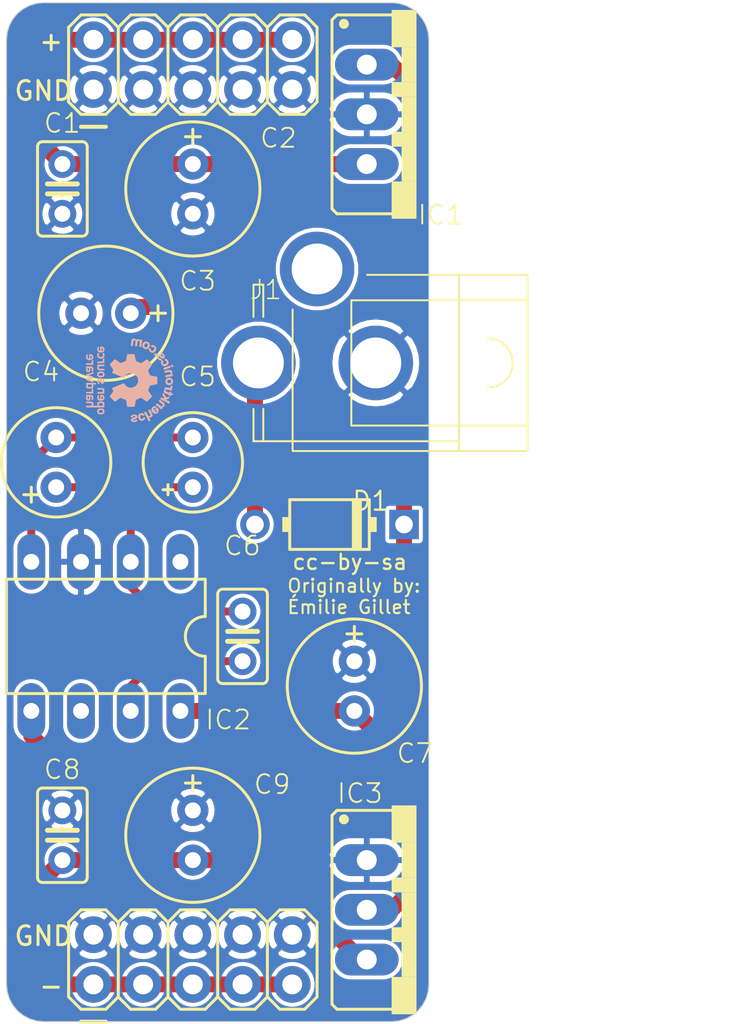
<source format=kicad_pcb>
(kicad_pcb (version 20171130) (host pcbnew "(5.1.5)-3")
  (layers (0 Top signal) (31 Bottom signal) (34 B.Paste user) (35 F.Paste user) (36 B.SilkS user) (37 F.SilkS user) (38 B.Mask user) (39 F.Mask user) (44 Edge.Cuts user))
  (net 0 "")
  (net 1 GND)
  (net 2 VCC)
  (net 3 VEE)
  (net 4 "Net-(D1-PadA)")
  (net 5 "Net-(J1-Pad2)")
  (net 6 "Net-(C7-Pad-)")
  (net 7 "Net-(IC2-Pad6)")
  (net 8 "Net-(C4-Pad-)")
  (net 9 "Net-(C3-Pad+)")
  (net 10 "Net-(C6-Pad2)")
  (net 11 "Net-(C4-Pad+)")
  (net 12 "Net-(IC2-Pad1)")
  (module _NTSFootprints:schenktronics.com_OSHW_Logo_6x6mm (layer Bottom) (at 143.75 98.25 90)
    (fp_text reference G*** hide)
    (fp_text value LOGO hide)
  )
  (module bbf-supply_v1:SPC4078_BIG_HOLES (layer Top) (at 156.1211 97.3786 180)
    (fp_text reference J1 (at 6.0325 3.175) (layer F.SilkS) (effects (font (size 0.9652 0.9652) (thickness 0.077216)) (justify left bottom)))
    (fp_text value JACK-PLUG2)
    (pad 3 thru_hole circle (at 5.54 0 270) (size 3.81 3.81) (drill 2.6) (layers *.Cu *.Mask) (net 4 "Net-(D1-PadA)"))
    (pad 1 thru_hole circle (at -0.46 0 270) (size 3.81 3.81) (drill 2.6) (layers *.Cu *.Mask) (net 1 GND))
    (pad 2 thru_hole circle (at 2.54 4.8 180) (size 3.81 3.81) (drill 2.6) (layers *.Cu *.Mask) (net 5 "Net-(J1-Pad2)"))
  )
  (module bbf-supply_v1:DIL08 (layer Top) (at 142.7861 111.3486 180)
    (fp_text reference IC2 (at -5.0165 -4.826) (layer F.SilkS) (effects (font (size 0.9652 0.9652) (thickness 0.09652)) (justify left bottom)))
    (fp_text value LT1054)
    (pad 5 thru_hole oval (at 3.81 -3.81 270) (size 2.8448 1.4224) (drill 0.8128) (layers *.Cu *.Mask) (net 6 "Net-(C7-Pad-)"))
    (pad 6 thru_hole oval (at 1.27 -3.81 270) (size 2.8448 1.4224) (drill 0.8128) (layers *.Cu *.Mask) (net 7 "Net-(IC2-Pad6)"))
    (pad 4 thru_hole oval (at 3.81 3.81 270) (size 2.8448 1.4224) (drill 0.8128) (layers *.Cu *.Mask) (net 8 "Net-(C4-Pad-)"))
    (pad 3 thru_hole oval (at 1.27 3.81 270) (size 2.8448 1.4224) (drill 0.8128) (layers *.Cu *.Mask) (net 1 GND))
    (pad 8 thru_hole oval (at -3.81 -3.81 270) (size 2.8448 1.4224) (drill 0.8128) (layers *.Cu *.Mask) (net 9 "Net-(C3-Pad+)"))
    (pad 7 thru_hole oval (at -1.27 -3.81 270) (size 2.8448 1.4224) (drill 0.8128) (layers *.Cu *.Mask) (net 10 "Net-(C6-Pad2)"))
    (pad 2 thru_hole oval (at -1.27 3.81 270) (size 2.8448 1.4224) (drill 0.8128) (layers *.Cu *.Mask) (net 11 "Net-(C4-Pad+)"))
    (pad 1 thru_hole oval (at -3.81 3.81 270) (size 2.8448 1.4224) (drill 0.8128) (layers *.Cu *.Mask) (net 12 "Net-(IC2-Pad1)"))
  )
  (module bbf-supply_v1:E2,5-6 (layer Top) (at 140.2461 102.4586 90)
    (fp_text reference C4 (at 4.064 -1.778) (layer F.SilkS) (effects (font (size 0.9652 0.9652) (thickness 0.09652)) (justify left bottom)))
    (fp_text value 100u)
    (pad + thru_hole circle (at -1.27 0 90) (size 1.6002 1.6002) (drill 0.8128) (layers *.Cu *.Mask) (net 11 "Net-(C4-Pad+)"))
    (pad - thru_hole circle (at 1.27 0 90) (size 1.6002 1.6002) (drill 0.8128) (layers *.Cu *.Mask) (net 8 "Net-(C4-Pad-)"))
  )
  (module bbf-supply_v1:E2,5-7 (layer Top) (at 147.2311 88.4886 270)
    (fp_text reference C2 (at -2.032 -3.3655) (layer F.SilkS) (effects (font (size 0.9652 0.9652) (thickness 0.09652)) (justify left bottom)))
    (fp_text value 100u)
    (pad + thru_hole circle (at -1.27 0 270) (size 1.6002 1.6002) (drill 0.8128) (layers *.Cu *.Mask) (net 2 VCC))
    (pad - thru_hole circle (at 1.27 0 270) (size 1.6002 1.6002) (drill 0.8128) (layers *.Cu *.Mask) (net 1 GND))
  )
  (module bbf-supply_v1:E2,5-7 (layer Top) (at 147.2311 121.5086 270)
    (fp_text reference C9 (at -2.032 -3.048) (layer F.SilkS) (effects (font (size 0.9652 0.9652) (thickness 0.09652)) (justify left bottom)))
    (fp_text value 100u)
    (pad + thru_hole circle (at -1.27 0 270) (size 1.6002 1.6002) (drill 0.8128) (layers *.Cu *.Mask) (net 1 GND))
    (pad - thru_hole circle (at 1.27 0 270) (size 1.6002 1.6002) (drill 0.8128) (layers *.Cu *.Mask) (net 3 VEE))
  )
  (module bbf-supply_v1:79XXS (layer Top) (at 158.6611 125.3186 270)
    (fp_text reference IC3 (at -5.3848 4.1275) (layer F.SilkS) (effects (font (size 0.9652 0.9652) (thickness 0.09652)) (justify left bottom)))
    (fp_text value 790X)
    (pad OUT thru_hole oval (at 2.54 2.54) (size 3.2512 1.6256) (drill 1.016) (layers *.Cu *.Mask) (net 3 VEE))
    (pad IN thru_hole oval (at 0 2.54) (size 3.2512 1.6256) (drill 1.016) (layers *.Cu *.Mask) (net 6 "Net-(C7-Pad-)"))
    (pad GND thru_hole oval (at -2.54 2.54) (size 3.2512 1.6256) (drill 1.016) (layers *.Cu *.Mask) (net 1 GND))
  )
  (module bbf-supply_v1:E2,5-7 (layer Top) (at 142.7861 94.8386 180)
    (fp_text reference C3 (at -3.683 1.0795) (layer F.SilkS) (effects (font (size 0.9652 0.9652) (thickness 0.09652)) (justify left bottom)))
    (fp_text value 100u)
    (pad + thru_hole circle (at -1.27 0 180) (size 1.6002 1.6002) (drill 0.8128) (layers *.Cu *.Mask) (net 9 "Net-(C3-Pad+)"))
    (pad - thru_hole circle (at 1.27 0 180) (size 1.6002 1.6002) (drill 0.8128) (layers *.Cu *.Mask) (net 1 GND))
  )
  (module bbf-supply_v1:E2,5-7 (layer Top) (at 155.4861 113.8886 270)
    (fp_text reference C7 (at 4.0005 -2.0955) (layer F.SilkS) (effects (font (size 0.9652 0.9652) (thickness 0.09652)) (justify left bottom)))
    (fp_text value 100u)
    (pad + thru_hole circle (at -1.27 0 270) (size 1.6002 1.6002) (drill 0.8128) (layers *.Cu *.Mask) (net 1 GND))
    (pad - thru_hole circle (at 1.27 0 270) (size 1.6002 1.6002) (drill 0.8128) (layers *.Cu *.Mask) (net 6 "Net-(C7-Pad-)"))
  )
  (module bbf-supply_v1:78XXS (layer Top) (at 158.6611 84.6786 270)
    (fp_text reference IC1 (at 5.7023 0) (layer F.SilkS) (effects (font (size 0.9652 0.9652) (thickness 0.09652)) (justify left bottom)))
    (fp_text value 780X)
    (pad OUT thru_hole oval (at 2.54 2.54) (size 3.2512 1.6256) (drill 1.016) (layers *.Cu *.Mask) (net 2 VCC))
    (pad GND thru_hole oval (at 0 2.54) (size 3.2512 1.6256) (drill 1.016) (layers *.Cu *.Mask) (net 1 GND))
    (pad IN thru_hole oval (at -2.54 2.54) (size 3.2512 1.6256) (drill 1.016) (layers *.Cu *.Mask) (net 9 "Net-(C3-Pad+)"))
  )
  (module bbf-supply_v1:DO41-3 (layer Top) (at 154.2161 105.6336 180)
    (fp_text reference D1 (at -1.0922 0.635) (layer F.SilkS) (effects (font (size 0.9652 0.9652) (thickness 0.115824)) (justify left bottom)))
    (fp_text value 1N4001)
    (pad A thru_hole circle (at 3.81 0 180) (size 1.5096 1.5096) (drill 0.9) (layers *.Cu *.Mask) (net 4 "Net-(D1-PadA)"))
    (pad C thru_hole rect (at -3.81 0 180) (size 1.5096 1.5096) (drill 0.9) (layers *.Cu *.Mask) (net 9 "Net-(C3-Pad+)"))
  )
  (module bbf-supply_v1:C025-025X050 (layer Top) (at 149.7711 111.3486 270)
    (fp_text reference C6 (at -4.064 1.016) (layer F.SilkS) (effects (font (size 0.9652 0.9652) (thickness 0.09652)) (justify left bottom)))
    (fp_text value 10p)
    (pad 2 thru_hole circle (at 1.27 0 270) (size 1.4224 1.4224) (drill 0.8128) (layers *.Cu *.Mask) (net 10 "Net-(C6-Pad2)"))
    (pad 1 thru_hole circle (at -1.27 0 270) (size 1.4224 1.4224) (drill 0.8128) (layers *.Cu *.Mask) (net 11 "Net-(C4-Pad+)"))
  )
  (module bbf-supply_v1:E2,5-5 (layer Top) (at 147.2311 102.4586 90)
    (fp_text reference C5 (at 3.81 -0.762) (layer F.SilkS) (effects (font (size 0.9652 0.9652) (thickness 0.09652)) (justify left bottom)))
    (fp_text value 10u)
    (pad + thru_hole circle (at -1.27 0 90) (size 1.6002 1.6002) (drill 0.8128) (layers *.Cu *.Mask) (net 11 "Net-(C4-Pad+)"))
    (pad - thru_hole circle (at 1.27 0 90) (size 1.6002 1.6002) (drill 0.8128) (layers *.Cu *.Mask) (net 8 "Net-(C4-Pad-)"))
  )
  (module bbf-supply_v1:C025-025X050 (layer Top) (at 140.5636 88.4886 270)
    (fp_text reference C1 (at -2.794 1.016) (layer F.SilkS) (effects (font (size 0.9652 0.9652) (thickness 0.09652)) (justify left bottom)))
    (fp_text value 100n)
    (pad 2 thru_hole circle (at 1.27 0 270) (size 1.4224 1.4224) (drill 0.8128) (layers *.Cu *.Mask) (net 1 GND))
    (pad 1 thru_hole circle (at -1.27 0 270) (size 1.4224 1.4224) (drill 0.8128) (layers *.Cu *.Mask) (net 2 VCC))
  )
  (module bbf-supply_v1:C025-025X050 (layer Top) (at 140.5636 121.5086 270)
    (fp_text reference C8 (at -2.794 1.016) (layer F.SilkS) (effects (font (size 0.9652 0.9652) (thickness 0.09652)) (justify left bottom)))
    (fp_text value 100n)
    (pad 2 thru_hole circle (at 1.27 0 270) (size 1.4224 1.4224) (drill 0.8128) (layers *.Cu *.Mask) (net 3 VEE))
    (pad 1 thru_hole circle (at -1.27 0 270) (size 1.4224 1.4224) (drill 0.8128) (layers *.Cu *.Mask) (net 1 GND))
  )
  (module bbf-supply_v1:AVR_ICSP (layer Top) (at 147.2311 82.1386 90)
    (fp_text reference JP1 hide)
    (fp_text value M05X2PTH hide)
    (pad 10 thru_hole circle (at 1.27 5.08) (size 1.8796 1.8796) (drill 1.016) (layers *.Cu *.Mask) (net 2 VCC))
    (pad 9 thru_hole circle (at -1.27 5.08) (size 1.8796 1.8796) (drill 1.016) (layers *.Cu *.Mask) (net 1 GND))
    (pad 8 thru_hole circle (at 1.27 2.54) (size 1.8796 1.8796) (drill 1.016) (layers *.Cu *.Mask) (net 2 VCC))
    (pad 7 thru_hole circle (at -1.27 2.54) (size 1.8796 1.8796) (drill 1.016) (layers *.Cu *.Mask) (net 1 GND))
    (pad 6 thru_hole circle (at 1.27 0) (size 1.8796 1.8796) (drill 1.016) (layers *.Cu *.Mask) (net 2 VCC))
    (pad 5 thru_hole circle (at -1.27 0) (size 1.8796 1.8796) (drill 1.016) (layers *.Cu *.Mask) (net 1 GND))
    (pad 4 thru_hole circle (at 1.27 -2.54) (size 1.8796 1.8796) (drill 1.016) (layers *.Cu *.Mask) (net 2 VCC))
    (pad 3 thru_hole circle (at -1.27 -2.54) (size 1.8796 1.8796) (drill 1.016) (layers *.Cu *.Mask) (net 1 GND))
    (pad 2 thru_hole circle (at 1.27 -5.08) (size 1.8796 1.8796) (drill 1.016) (layers *.Cu *.Mask) (net 2 VCC))
    (pad 1 thru_hole circle (at -1.27 -5.08) (size 1.8796 1.8796) (drill 1.016) (layers *.Cu *.Mask) (net 1 GND))
  )
  (module bbf-supply_v1:AVR_ICSP (layer Top) (at 147.2311 127.8586 90)
    (fp_text reference JP2 hide)
    (fp_text value M05X2PTH hide)
    (pad 10 thru_hole circle (at 1.27 5.08) (size 1.8796 1.8796) (drill 1.016) (layers *.Cu *.Mask) (net 1 GND))
    (pad 9 thru_hole circle (at -1.27 5.08) (size 1.8796 1.8796) (drill 1.016) (layers *.Cu *.Mask) (net 3 VEE))
    (pad 8 thru_hole circle (at 1.27 2.54) (size 1.8796 1.8796) (drill 1.016) (layers *.Cu *.Mask) (net 1 GND))
    (pad 7 thru_hole circle (at -1.27 2.54) (size 1.8796 1.8796) (drill 1.016) (layers *.Cu *.Mask) (net 3 VEE))
    (pad 6 thru_hole circle (at 1.27 0) (size 1.8796 1.8796) (drill 1.016) (layers *.Cu *.Mask) (net 1 GND))
    (pad 5 thru_hole circle (at -1.27 0) (size 1.8796 1.8796) (drill 1.016) (layers *.Cu *.Mask) (net 3 VEE))
    (pad 4 thru_hole circle (at 1.27 -2.54) (size 1.8796 1.8796) (drill 1.016) (layers *.Cu *.Mask) (net 1 GND))
    (pad 3 thru_hole circle (at -1.27 -2.54) (size 1.8796 1.8796) (drill 1.016) (layers *.Cu *.Mask) (net 3 VEE))
    (pad 2 thru_hole circle (at 1.27 -5.08) (size 1.8796 1.8796) (drill 1.016) (layers *.Cu *.Mask) (net 1 GND))
    (pad 1 thru_hole circle (at -1.27 -5.08) (size 1.8796 1.8796) (drill 1.016) (layers *.Cu *.Mask) (net 3 VEE))
  )
  (gr_arc (start 139.6011 80.8686) (end 139.6011 78.9736) (angle -90) (layer Edge.Cuts) (width 0.05))
  (gr_line (start 137.7061 80.8686) (end 137.7061 129.1286) (layer Edge.Cuts) (width 0.05))
  (gr_arc (start 139.6111 129.1286) (end 137.7061 129.1286) (angle -90) (layer Edge.Cuts) (width 0.05))
  (gr_line (start 139.6111 131.0336) (end 157.3911 131.0336) (layer Edge.Cuts) (width 0.05))
  (gr_arc (start 157.3911 129.1286) (end 157.3911 131.0336) (angle -90) (layer Edge.Cuts) (width 0.05))
  (gr_line (start 159.2961 129.1286) (end 159.2961 80.8686) (layer Edge.Cuts) (width 0.05))
  (gr_arc (start 157.4011 80.8686) (end 159.2961 80.8686) (angle -90) (layer Edge.Cuts) (width 0.05))
  (gr_line (start 157.4011 78.9736) (end 139.6011 78.9736) (layer Edge.Cuts) (width 0.05))
  (gr_text + (at 139.2936 81.5036) (layer F.SilkS) (effects (font (size 0.9652 0.9652) (thickness 0.1524)) (justify left bottom)))
  (gr_text - (at 139.2936 129.7636) (layer F.SilkS) (effects (font (size 0.9652 0.9652) (thickness 0.1524)) (justify left bottom)))
  (gr_text GND (at 138.0236 127.2236) (layer F.SilkS) (effects (font (size 0.9652 0.9652) (thickness 0.1524)) (justify left bottom)))
  (gr_text GND (at 138.0236 84.0436) (layer F.SilkS) (effects (font (size 0.9652 0.9652) (thickness 0.1524)) (justify left bottom)))
  (gr_text cc-by-sa (at 152.25 108) (layer F.SilkS) (effects (font (size 0.77216 0.77216) (thickness 0.12192)) (justify left bottom)))
  (gr_text "Originally by:\nÉmilie Gillet" (at 152 110.25) (layer F.SilkS) (effects (font (size 0.67564 0.67564) (thickness 0.10668)) (justify left bottom)))
  (segment (start 138.9761 85.6311) (end 140.5636 87.2186) (width 0.8128) (layer Top) (net 2))
  (segment (start 138.9761 85.6311) (end 138.9761 82.1386) (width 0.8128) (layer Top) (net 2))
  (segment (start 138.9761 82.1386) (end 140.2461 80.8686) (width 0.8128) (layer Top) (net 2))
  (segment (start 140.5636 87.2186) (end 147.2311 87.2186) (width 0.8128) (layer Top) (net 2))
  (segment (start 147.2311 87.2186) (end 156.1211 87.2186) (width 0.8128) (layer Top) (net 2))
  (segment (start 140.2461 80.8686) (end 142.1511 80.8686) (width 0.8128) (layer Top) (net 2))
  (segment (start 142.1511 80.8686) (end 144.6911 80.8686) (width 0.8128) (layer Top) (net 2))
  (segment (start 144.6911 80.8686) (end 147.2311 80.8686) (width 0.8128) (layer Top) (net 2))
  (segment (start 147.2311 80.8686) (end 149.7711 80.8686) (width 0.8128) (layer Top) (net 2))
  (segment (start 149.7711 80.8686) (end 152.3111 80.8686) (width 0.8128) (layer Top) (net 2))
  (segment (start 138.9761 124.3661) (end 140.5636 122.7786) (width 0.8128) (layer Top) (net 3))
  (segment (start 138.9761 127.8586) (end 138.9761 124.3661) (width 0.8128) (layer Top) (net 3))
  (segment (start 140.2461 129.1286) (end 142.1511 129.1286) (width 0.8128) (layer Top) (net 3))
  (segment (start 138.9761 127.8586) (end 140.2461 129.1286) (width 0.8128) (layer Top) (net 3))
  (segment (start 140.5636 122.7786) (end 147.2311 122.7786) (width 0.8128) (layer Top) (net 3))
  (segment (start 142.1511 129.1286) (end 144.6911 129.1286) (width 0.8128) (layer Top) (net 3))
  (segment (start 144.6911 129.1286) (end 147.2311 129.1286) (width 0.8128) (layer Top) (net 3))
  (segment (start 147.2311 129.1286) (end 149.7711 129.1286) (width 0.8128) (layer Top) (net 3))
  (segment (start 149.7711 129.1286) (end 152.3111 129.1286) (width 0.8128) (layer Top) (net 3))
  (segment (start 155.8036 127.8586) (end 156.1211 127.8586) (width 0.8128) (layer Top) (net 3))
  (segment (start 150.7236 122.7786) (end 155.8036 127.8586) (width 0.8128) (layer Top) (net 3))
  (segment (start 147.2311 122.7786) (end 150.7236 122.7786) (width 0.8128) (layer Top) (net 3))
  (segment (start 150.4061 105.6336) (end 150.4061 98.6486) (width 0.8128) (layer Top) (net 4))
  (segment (start 150.4061 98.6486) (end 150.5811 98.4736) (width 0.8128) (layer Top) (net 4))
  (segment (start 150.5811 98.4736) (end 150.5811 97.3786) (width 0.8128) (layer Top) (net 4))
  (segment (start 138.9761 116.4286) (end 140.2461 117.6986) (width 0.8128) (layer Top) (net 6))
  (segment (start 138.9761 116.4286) (end 138.9761 115.1586) (width 0.8128) (layer Top) (net 6))
  (segment (start 157.3911 125.3186) (end 156.1211 125.3186) (width 0.8128) (layer Top) (net 6))
  (segment (start 158.6611 124.0486) (end 157.3911 125.3186) (width 0.8128) (layer Top) (net 6))
  (segment (start 158.6611 118.3336) (end 158.6611 124.0486) (width 0.8128) (layer Top) (net 6))
  (segment (start 155.4861 115.1586) (end 158.6611 118.3336) (width 0.8128) (layer Top) (net 6))
  (segment (start 140.2461 117.6986) (end 151.6761 117.6986) (width 0.8128) (layer Top) (net 6))
  (segment (start 151.6761 117.6986) (end 154.2161 115.1586) (width 0.8128) (layer Top) (net 6))
  (segment (start 154.2161 115.1586) (end 155.4861 115.1586) (width 0.8128) (layer Top) (net 6))
  (segment (start 140.2461 101.1886) (end 147.2311 101.1886) (width 0.4064) (layer Top) (net 8))
  (segment (start 138.9761 107.5386) (end 138.9761 102.4586) (width 0.4064) (layer Top) (net 8))
  (segment (start 138.9761 102.4586) (end 140.2461 101.1886) (width 0.4064) (layer Top) (net 8))
  (segment (start 158.0261 105.6336) (end 158.0261 103.0936) (width 0.8128) (layer Top) (net 9))
  (segment (start 158.0261 103.0936) (end 153.5811 98.6486) (width 0.8128) (layer Top) (net 9))
  (segment (start 153.5811 98.6486) (end 153.5811 96.4261) (width 0.8128) (layer Top) (net 9))
  (segment (start 153.5811 96.4261) (end 151.6761 94.5211) (width 0.8128) (layer Top) (net 9))
  (segment (start 150.4061 94.5211) (end 144.3736 94.5211) (width 0.8128) (layer Top) (net 9))
  (segment (start 144.3736 94.5211) (end 144.0561 94.8386) (width 0.8128) (layer Top) (net 9))
  (segment (start 151.6761 94.5211) (end 150.4061 94.5211) (width 0.8128) (layer Top) (net 9))
  (segment (start 157.3911 82.1386) (end 156.1211 82.1386) (width 0.8128) (layer Top) (net 9))
  (segment (start 158.6611 83.4086) (end 157.3911 82.1386) (width 0.8128) (layer Top) (net 9))
  (segment (start 158.6611 88.4886) (end 158.6611 83.4086) (width 0.8128) (layer Top) (net 9))
  (segment (start 157.3911 89.7586) (end 158.6611 88.4886) (width 0.8128) (layer Top) (net 9))
  (segment (start 152.3111 89.7586) (end 157.3911 89.7586) (width 0.8128) (layer Top) (net 9))
  (segment (start 150.4061 91.6636) (end 152.3111 89.7586) (width 0.8128) (layer Top) (net 9))
  (segment (start 150.4061 94.5211) (end 150.4061 91.6636) (width 0.8128) (layer Top) (net 9))
  (segment (start 146.5961 115.1586) (end 149.7711 115.1586) (width 0.8128) (layer Top) (net 9))
  (segment (start 149.7711 115.1586) (end 158.0261 106.9036) (width 0.8128) (layer Top) (net 9))
  (segment (start 158.0261 106.9036) (end 158.0261 105.6336) (width 0.8128) (layer Top) (net 9))
  (segment (start 144.0561 115.1586) (end 144.0561 113.8886) (width 0.4064) (layer Top) (net 10))
  (segment (start 144.0561 113.8886) (end 145.3261 112.6186) (width 0.4064) (layer Top) (net 10))
  (segment (start 145.3261 112.6186) (end 149.7711 112.6186) (width 0.4064) (layer Top) (net 10))
  (segment (start 144.0561 103.7286) (end 140.2461 103.7286) (width 0.4064) (layer Top) (net 11))
  (segment (start 144.0561 103.7286) (end 147.2311 103.7286) (width 0.4064) (layer Top) (net 11))
  (segment (start 144.0561 107.5386) (end 144.0561 103.7286) (width 0.4064) (layer Top) (net 11))
  (segment (start 144.0561 108.8086) (end 144.0561 107.5386) (width 0.4064) (layer Top) (net 11))
  (segment (start 144.0561 108.8086) (end 145.3261 110.0786) (width 0.4064) (layer Top) (net 11))
  (segment (start 145.3261 110.0786) (end 149.7711 110.0786) (width 0.4064) (layer Top) (net 11))
  (zone (net 1) (net_name GND) (layer Bottom) (priority 6) (connect_pads (clearance 0.000001)) (min_thickness 0.127) (fill yes (arc_segments 32) (thermal_gap 0.304) (thermal_bridge_width 0.304))
    (polygon (pts (xy 158.014491 78.933752) (xy 158.313787 79.057725) (xy 158.585711 79.22436) (xy 158.828218 79.431482) (xy 159.03534 79.673989) (xy 159.201975 79.945913) (xy 159.324021 80.240556) (xy 159.39847 80.550663) (xy 159.4231 80.86361) (xy 159.4231 129.138595) (xy 159.325948 129.751991) (xy 159.201975 130.051287) (xy 159.03534 130.323211) (xy 158.828218 130.565718) (xy 158.585711 130.77284) (xy 158.313787 130.939475) (xy 158.019144 131.061521) (xy 157.709037 131.13597) (xy 157.39609 131.1606) (xy 139.601105 131.1606) (xy 138.987709 131.063448) (xy 138.688413 130.939475) (xy 138.416489 130.77284) (xy 138.173982 130.565718) (xy 137.96686 130.323211) (xy 137.800225 130.051287) (xy 137.678179 129.756644) (xy 137.60373 129.446537) (xy 137.5791 129.13359) (xy 137.5791 80.858605) (xy 137.676252 80.245209) (xy 137.800225 79.945913) (xy 137.96686 79.673989) (xy 138.173982 79.431482) (xy 138.416489 79.22436) (xy 138.688413 79.057725) (xy 138.983056 78.935679) (xy 139.293163 78.86123) (xy 139.60611 78.8366) (xy 157.401095 78.8366)))
  )
)
</source>
